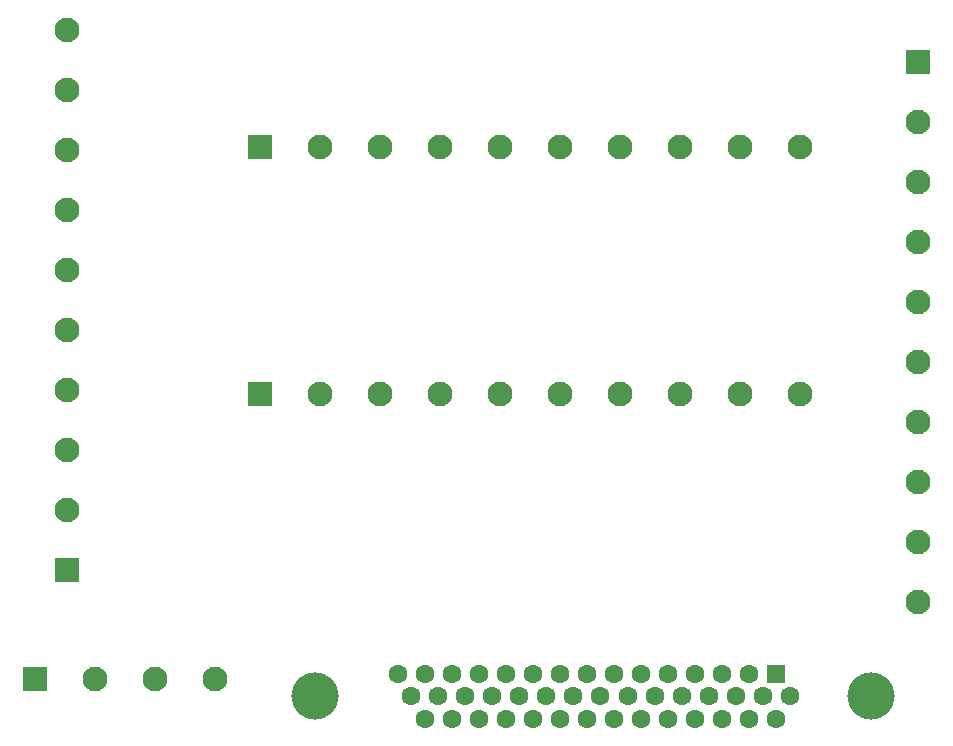
<source format=gts>
G04 #@! TF.GenerationSoftware,KiCad,Pcbnew,9.0.4*
G04 #@! TF.CreationDate,2025-12-21T18:46:57-05:00*
G04 #@! TF.ProjectId,DB44_breakout,44423434-5f62-4726-9561-6b6f75742e6b,rev?*
G04 #@! TF.SameCoordinates,Original*
G04 #@! TF.FileFunction,Soldermask,Top*
G04 #@! TF.FilePolarity,Negative*
%FSLAX46Y46*%
G04 Gerber Fmt 4.6, Leading zero omitted, Abs format (unit mm)*
G04 Created by KiCad (PCBNEW 9.0.4) date 2025-12-21 18:46:57*
%MOMM*%
%LPD*%
G01*
G04 APERTURE LIST*
G04 Aperture macros list*
%AMRoundRect*
0 Rectangle with rounded corners*
0 $1 Rounding radius*
0 $2 $3 $4 $5 $6 $7 $8 $9 X,Y pos of 4 corners*
0 Add a 4 corners polygon primitive as box body*
4,1,4,$2,$3,$4,$5,$6,$7,$8,$9,$2,$3,0*
0 Add four circle primitives for the rounded corners*
1,1,$1+$1,$2,$3*
1,1,$1+$1,$4,$5*
1,1,$1+$1,$6,$7*
1,1,$1+$1,$8,$9*
0 Add four rect primitives between the rounded corners*
20,1,$1+$1,$2,$3,$4,$5,0*
20,1,$1+$1,$4,$5,$6,$7,0*
20,1,$1+$1,$6,$7,$8,$9,0*
20,1,$1+$1,$8,$9,$2,$3,0*%
G04 Aperture macros list end*
%ADD10C,4.000000*%
%ADD11R,1.600000X1.600000*%
%ADD12C,1.600000*%
%ADD13C,2.100000*%
%ADD14RoundRect,0.250001X0.799999X-0.799999X0.799999X0.799999X-0.799999X0.799999X-0.799999X-0.799999X0*%
%ADD15RoundRect,0.250001X-0.799999X-0.799999X0.799999X-0.799999X0.799999X0.799999X-0.799999X0.799999X0*%
%ADD16RoundRect,0.250001X-0.799999X0.799999X-0.799999X-0.799999X0.799999X-0.799999X0.799999X0.799999X0*%
G04 APERTURE END LIST*
D10*
X120940000Y-106990000D03*
X168040000Y-106990000D03*
D11*
X160015000Y-105100000D03*
D12*
X157725000Y-105100000D03*
X155435000Y-105100000D03*
X153145000Y-105100000D03*
X150855000Y-105100000D03*
X148565000Y-105100000D03*
X146275000Y-105100000D03*
X143985000Y-105100000D03*
X141695000Y-105100000D03*
X139405000Y-105100000D03*
X137115000Y-105100000D03*
X134825000Y-105100000D03*
X132535000Y-105100000D03*
X130245000Y-105100000D03*
X127955000Y-105100000D03*
X161160000Y-107000000D03*
X158870000Y-107000000D03*
X156580000Y-107000000D03*
X154290000Y-107000000D03*
X152000000Y-107000000D03*
X149710000Y-107000000D03*
X147420000Y-107000000D03*
X145130000Y-107000000D03*
X142840000Y-107000000D03*
X140550000Y-107000000D03*
X138260000Y-107000000D03*
X135970000Y-107000000D03*
X133680000Y-107000000D03*
X131390000Y-107000000D03*
X129100000Y-107000000D03*
X160015000Y-108900000D03*
X157725000Y-108900000D03*
X155435000Y-108900000D03*
X153145000Y-108900000D03*
X150855000Y-108900000D03*
X148565000Y-108900000D03*
X146275000Y-108900000D03*
X143985000Y-108900000D03*
X141695000Y-108900000D03*
X139405000Y-108900000D03*
X137115000Y-108900000D03*
X134825000Y-108900000D03*
X132535000Y-108900000D03*
X130245000Y-108900000D03*
D13*
X100000000Y-50600000D03*
X100000000Y-55680000D03*
X100000000Y-60760000D03*
X100000000Y-65840000D03*
X100000000Y-70920000D03*
X100000000Y-76000000D03*
X100000000Y-81080000D03*
X100000000Y-86160000D03*
X100000000Y-91240000D03*
D14*
X100000000Y-96320000D03*
D15*
X97260000Y-105500000D03*
D13*
X102340000Y-105500000D03*
X107420000Y-105500000D03*
X112500000Y-105500000D03*
D15*
X116260000Y-60500000D03*
D13*
X121340000Y-60500000D03*
X126420000Y-60500000D03*
X131500000Y-60500000D03*
X136580000Y-60500000D03*
X141660000Y-60500000D03*
X146740000Y-60500000D03*
X151820000Y-60500000D03*
X156900000Y-60500000D03*
X161980000Y-60500000D03*
D16*
X172000000Y-53270000D03*
D13*
X172000000Y-58350000D03*
X172000000Y-63430000D03*
X172000000Y-68510000D03*
X172000000Y-73590000D03*
X172000000Y-78670000D03*
X172000000Y-83750000D03*
X172000000Y-88830000D03*
X172000000Y-93910000D03*
X172000000Y-98990000D03*
D15*
X116260000Y-81360000D03*
D13*
X121340000Y-81360000D03*
X126420000Y-81360000D03*
X131500000Y-81360000D03*
X136580000Y-81360000D03*
X141660000Y-81360000D03*
X146740000Y-81360000D03*
X151820000Y-81360000D03*
X156900000Y-81360000D03*
X161980000Y-81360000D03*
M02*

</source>
